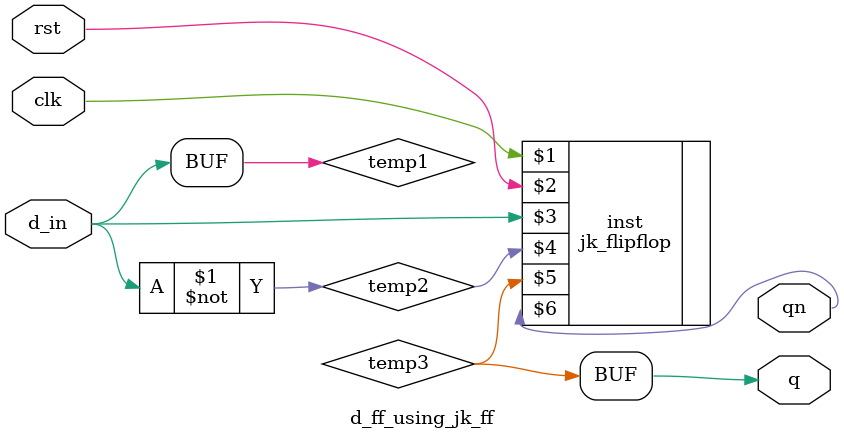
<source format=v>
module d_ff_using_jk_ff(clk,rst,d_in,q,qn);
	input clk,rst,d_in;
	output q,qn;
	
	wire temp1,temp2,temp3,temp4;

	jk_flipflop inst(clk,rst,temp1,temp2,temp3,qn);
	
	assign temp1 = d_in;
	assign temp2 = ~d_in;
	assign q = temp3;
	
endmodule


</source>
